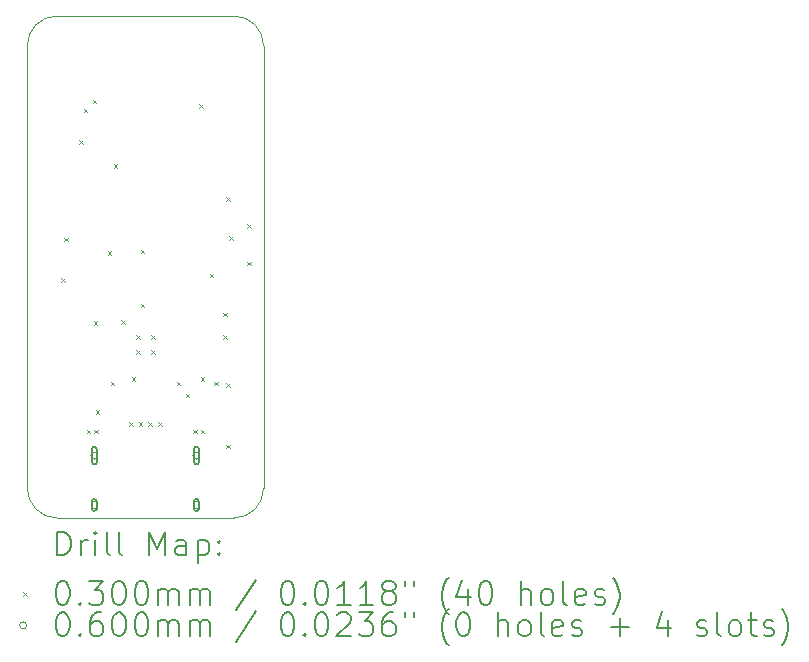
<source format=gbr>
%FSLAX45Y45*%
G04 Gerber Fmt 4.5, Leading zero omitted, Abs format (unit mm)*
G04 Created by KiCad (PCBNEW (6.0.4)) date 2023-01-26 18:29:06*
%MOMM*%
%LPD*%
G01*
G04 APERTURE LIST*
%TA.AperFunction,Profile*%
%ADD10C,0.100000*%
%TD*%
%ADD11C,0.200000*%
%ADD12C,0.030000*%
%ADD13C,0.060000*%
G04 APERTURE END LIST*
D10*
X15859000Y-7870000D02*
X15859000Y-11620000D01*
X14109000Y-7620000D02*
G75*
G03*
X13859000Y-7870000I0J-250000D01*
G01*
X14109000Y-7620000D02*
X15609000Y-7620000D01*
X15859000Y-7870000D02*
G75*
G03*
X15609000Y-7620000I-250000J0D01*
G01*
X15609000Y-11870000D02*
G75*
G03*
X15859000Y-11620000I0J250000D01*
G01*
X14109000Y-11870000D02*
X15609000Y-11870000D01*
X13859000Y-11615000D02*
X13859000Y-7870000D01*
X13859000Y-11615000D02*
G75*
G03*
X14109000Y-11870000I252500J-2500D01*
G01*
D11*
D12*
X14145500Y-9840200D02*
X14175500Y-9870200D01*
X14175500Y-9840200D02*
X14145500Y-9870200D01*
X14170900Y-9497300D02*
X14200900Y-9527300D01*
X14200900Y-9497300D02*
X14170900Y-9527300D01*
X14297900Y-8671800D02*
X14327900Y-8701800D01*
X14327900Y-8671800D02*
X14297900Y-8701800D01*
X14336000Y-8405100D02*
X14366000Y-8435100D01*
X14366000Y-8405100D02*
X14336000Y-8435100D01*
X14361400Y-11122900D02*
X14391400Y-11152900D01*
X14391400Y-11122900D02*
X14361400Y-11152900D01*
X14412200Y-8328900D02*
X14442200Y-8358900D01*
X14442200Y-8328900D02*
X14412200Y-8358900D01*
X14422360Y-10205960D02*
X14452360Y-10235960D01*
X14452360Y-10205960D02*
X14422360Y-10235960D01*
X14424900Y-11122900D02*
X14454900Y-11152900D01*
X14454900Y-11122900D02*
X14424900Y-11152900D01*
X14437600Y-10957800D02*
X14467600Y-10987800D01*
X14467600Y-10957800D02*
X14437600Y-10987800D01*
X14539200Y-9611600D02*
X14569200Y-9641600D01*
X14569200Y-9611600D02*
X14539200Y-9641600D01*
X14564600Y-10716500D02*
X14594600Y-10746500D01*
X14594600Y-10716500D02*
X14564600Y-10746500D01*
X14590000Y-8875000D02*
X14620000Y-8905000D01*
X14620000Y-8875000D02*
X14590000Y-8905000D01*
X14653500Y-10195800D02*
X14683500Y-10225800D01*
X14683500Y-10195800D02*
X14653500Y-10225800D01*
X14722080Y-11059400D02*
X14752080Y-11089400D01*
X14752080Y-11059400D02*
X14722080Y-11089400D01*
X14742400Y-10678400D02*
X14772400Y-10708400D01*
X14772400Y-10678400D02*
X14742400Y-10708400D01*
X14780500Y-10322800D02*
X14810500Y-10352800D01*
X14810500Y-10322800D02*
X14780500Y-10352800D01*
X14780500Y-10449800D02*
X14810500Y-10479800D01*
X14810500Y-10449800D02*
X14780500Y-10479800D01*
X14803360Y-11059400D02*
X14833360Y-11089400D01*
X14833360Y-11059400D02*
X14803360Y-11089400D01*
X14818600Y-9598900D02*
X14848600Y-9628900D01*
X14848600Y-9598900D02*
X14818600Y-9628900D01*
X14818600Y-10056100D02*
X14848600Y-10086100D01*
X14848600Y-10056100D02*
X14818600Y-10086100D01*
X14884640Y-11059400D02*
X14914640Y-11089400D01*
X14914640Y-11059400D02*
X14884640Y-11089400D01*
X14907500Y-10322800D02*
X14937500Y-10352800D01*
X14937500Y-10322800D02*
X14907500Y-10352800D01*
X14907500Y-10449800D02*
X14937500Y-10479800D01*
X14937500Y-10449800D02*
X14907500Y-10479800D01*
X14965920Y-11059400D02*
X14995920Y-11089400D01*
X14995920Y-11059400D02*
X14965920Y-11089400D01*
X15123400Y-10716500D02*
X15153400Y-10746500D01*
X15153400Y-10716500D02*
X15123400Y-10746500D01*
X15199600Y-10818100D02*
X15229600Y-10848100D01*
X15229600Y-10818100D02*
X15199600Y-10848100D01*
X15263100Y-11122900D02*
X15293100Y-11152900D01*
X15293100Y-11122900D02*
X15263100Y-11152900D01*
X15313900Y-8367000D02*
X15343900Y-8397000D01*
X15343900Y-8367000D02*
X15313900Y-8397000D01*
X15326600Y-10678400D02*
X15356600Y-10708400D01*
X15356600Y-10678400D02*
X15326600Y-10708400D01*
X15326600Y-11122900D02*
X15356600Y-11152900D01*
X15356600Y-11122900D02*
X15326600Y-11152900D01*
X15402800Y-9802100D02*
X15432800Y-9832100D01*
X15432800Y-9802100D02*
X15402800Y-9832100D01*
X15440900Y-10716500D02*
X15470900Y-10746500D01*
X15470900Y-10716500D02*
X15440900Y-10746500D01*
X15517100Y-10132300D02*
X15547100Y-10162300D01*
X15547100Y-10132300D02*
X15517100Y-10162300D01*
X15517100Y-10322800D02*
X15547100Y-10352800D01*
X15547100Y-10322800D02*
X15517100Y-10352800D01*
X15542500Y-9154400D02*
X15572500Y-9184400D01*
X15572500Y-9154400D02*
X15542500Y-9184400D01*
X15542500Y-10729200D02*
X15572500Y-10759200D01*
X15572500Y-10729200D02*
X15542500Y-10759200D01*
X15542500Y-11249900D02*
X15572500Y-11279900D01*
X15572500Y-11249900D02*
X15542500Y-11279900D01*
X15567900Y-9484600D02*
X15597900Y-9514600D01*
X15597900Y-9484600D02*
X15567900Y-9514600D01*
X15720300Y-9383000D02*
X15750300Y-9413000D01*
X15750300Y-9383000D02*
X15720300Y-9413000D01*
X15720300Y-9700500D02*
X15750300Y-9730500D01*
X15750300Y-9700500D02*
X15720300Y-9730500D01*
D13*
X14457000Y-11342000D02*
G75*
G03*
X14457000Y-11342000I-30000J0D01*
G01*
D11*
X14407000Y-11287000D02*
X14407000Y-11397000D01*
X14447000Y-11287000D02*
X14447000Y-11397000D01*
X14407000Y-11397000D02*
G75*
G03*
X14447000Y-11397000I20000J0D01*
G01*
X14447000Y-11287000D02*
G75*
G03*
X14407000Y-11287000I-20000J0D01*
G01*
D13*
X14457000Y-11760000D02*
G75*
G03*
X14457000Y-11760000I-30000J0D01*
G01*
D11*
X14407000Y-11730000D02*
X14407000Y-11790000D01*
X14447000Y-11730000D02*
X14447000Y-11790000D01*
X14407000Y-11790000D02*
G75*
G03*
X14447000Y-11790000I20000J0D01*
G01*
X14447000Y-11730000D02*
G75*
G03*
X14407000Y-11730000I-20000J0D01*
G01*
D13*
X15321000Y-11342000D02*
G75*
G03*
X15321000Y-11342000I-30000J0D01*
G01*
D11*
X15271000Y-11287000D02*
X15271000Y-11397000D01*
X15311000Y-11287000D02*
X15311000Y-11397000D01*
X15271000Y-11397000D02*
G75*
G03*
X15311000Y-11397000I20000J0D01*
G01*
X15311000Y-11287000D02*
G75*
G03*
X15271000Y-11287000I-20000J0D01*
G01*
D13*
X15321000Y-11760000D02*
G75*
G03*
X15321000Y-11760000I-30000J0D01*
G01*
D11*
X15271000Y-11730000D02*
X15271000Y-11790000D01*
X15311000Y-11730000D02*
X15311000Y-11790000D01*
X15271000Y-11790000D02*
G75*
G03*
X15311000Y-11790000I20000J0D01*
G01*
X15311000Y-11730000D02*
G75*
G03*
X15271000Y-11730000I-20000J0D01*
G01*
X14111607Y-12185476D02*
X14111607Y-11985476D01*
X14159226Y-11985476D01*
X14187797Y-11995000D01*
X14206845Y-12014048D01*
X14216368Y-12033095D01*
X14225892Y-12071190D01*
X14225892Y-12099762D01*
X14216368Y-12137857D01*
X14206845Y-12156905D01*
X14187797Y-12175952D01*
X14159226Y-12185476D01*
X14111607Y-12185476D01*
X14311607Y-12185476D02*
X14311607Y-12052143D01*
X14311607Y-12090238D02*
X14321130Y-12071190D01*
X14330654Y-12061667D01*
X14349702Y-12052143D01*
X14368749Y-12052143D01*
X14435416Y-12185476D02*
X14435416Y-12052143D01*
X14435416Y-11985476D02*
X14425892Y-11995000D01*
X14435416Y-12004524D01*
X14444940Y-11995000D01*
X14435416Y-11985476D01*
X14435416Y-12004524D01*
X14559226Y-12185476D02*
X14540178Y-12175952D01*
X14530654Y-12156905D01*
X14530654Y-11985476D01*
X14663988Y-12185476D02*
X14644940Y-12175952D01*
X14635416Y-12156905D01*
X14635416Y-11985476D01*
X14892559Y-12185476D02*
X14892559Y-11985476D01*
X14959226Y-12128333D01*
X15025892Y-11985476D01*
X15025892Y-12185476D01*
X15206845Y-12185476D02*
X15206845Y-12080714D01*
X15197321Y-12061667D01*
X15178273Y-12052143D01*
X15140178Y-12052143D01*
X15121130Y-12061667D01*
X15206845Y-12175952D02*
X15187797Y-12185476D01*
X15140178Y-12185476D01*
X15121130Y-12175952D01*
X15111607Y-12156905D01*
X15111607Y-12137857D01*
X15121130Y-12118809D01*
X15140178Y-12109286D01*
X15187797Y-12109286D01*
X15206845Y-12099762D01*
X15302083Y-12052143D02*
X15302083Y-12252143D01*
X15302083Y-12061667D02*
X15321130Y-12052143D01*
X15359226Y-12052143D01*
X15378273Y-12061667D01*
X15387797Y-12071190D01*
X15397321Y-12090238D01*
X15397321Y-12147381D01*
X15387797Y-12166428D01*
X15378273Y-12175952D01*
X15359226Y-12185476D01*
X15321130Y-12185476D01*
X15302083Y-12175952D01*
X15483035Y-12166428D02*
X15492559Y-12175952D01*
X15483035Y-12185476D01*
X15473511Y-12175952D01*
X15483035Y-12166428D01*
X15483035Y-12185476D01*
X15483035Y-12061667D02*
X15492559Y-12071190D01*
X15483035Y-12080714D01*
X15473511Y-12071190D01*
X15483035Y-12061667D01*
X15483035Y-12080714D01*
D12*
X13823988Y-12500000D02*
X13853988Y-12530000D01*
X13853988Y-12500000D02*
X13823988Y-12530000D01*
D11*
X14149702Y-12405476D02*
X14168749Y-12405476D01*
X14187797Y-12415000D01*
X14197321Y-12424524D01*
X14206845Y-12443571D01*
X14216368Y-12481667D01*
X14216368Y-12529286D01*
X14206845Y-12567381D01*
X14197321Y-12586428D01*
X14187797Y-12595952D01*
X14168749Y-12605476D01*
X14149702Y-12605476D01*
X14130654Y-12595952D01*
X14121130Y-12586428D01*
X14111607Y-12567381D01*
X14102083Y-12529286D01*
X14102083Y-12481667D01*
X14111607Y-12443571D01*
X14121130Y-12424524D01*
X14130654Y-12415000D01*
X14149702Y-12405476D01*
X14302083Y-12586428D02*
X14311607Y-12595952D01*
X14302083Y-12605476D01*
X14292559Y-12595952D01*
X14302083Y-12586428D01*
X14302083Y-12605476D01*
X14378273Y-12405476D02*
X14502083Y-12405476D01*
X14435416Y-12481667D01*
X14463988Y-12481667D01*
X14483035Y-12491190D01*
X14492559Y-12500714D01*
X14502083Y-12519762D01*
X14502083Y-12567381D01*
X14492559Y-12586428D01*
X14483035Y-12595952D01*
X14463988Y-12605476D01*
X14406845Y-12605476D01*
X14387797Y-12595952D01*
X14378273Y-12586428D01*
X14625892Y-12405476D02*
X14644940Y-12405476D01*
X14663988Y-12415000D01*
X14673511Y-12424524D01*
X14683035Y-12443571D01*
X14692559Y-12481667D01*
X14692559Y-12529286D01*
X14683035Y-12567381D01*
X14673511Y-12586428D01*
X14663988Y-12595952D01*
X14644940Y-12605476D01*
X14625892Y-12605476D01*
X14606845Y-12595952D01*
X14597321Y-12586428D01*
X14587797Y-12567381D01*
X14578273Y-12529286D01*
X14578273Y-12481667D01*
X14587797Y-12443571D01*
X14597321Y-12424524D01*
X14606845Y-12415000D01*
X14625892Y-12405476D01*
X14816368Y-12405476D02*
X14835416Y-12405476D01*
X14854464Y-12415000D01*
X14863988Y-12424524D01*
X14873511Y-12443571D01*
X14883035Y-12481667D01*
X14883035Y-12529286D01*
X14873511Y-12567381D01*
X14863988Y-12586428D01*
X14854464Y-12595952D01*
X14835416Y-12605476D01*
X14816368Y-12605476D01*
X14797321Y-12595952D01*
X14787797Y-12586428D01*
X14778273Y-12567381D01*
X14768749Y-12529286D01*
X14768749Y-12481667D01*
X14778273Y-12443571D01*
X14787797Y-12424524D01*
X14797321Y-12415000D01*
X14816368Y-12405476D01*
X14968749Y-12605476D02*
X14968749Y-12472143D01*
X14968749Y-12491190D02*
X14978273Y-12481667D01*
X14997321Y-12472143D01*
X15025892Y-12472143D01*
X15044940Y-12481667D01*
X15054464Y-12500714D01*
X15054464Y-12605476D01*
X15054464Y-12500714D02*
X15063988Y-12481667D01*
X15083035Y-12472143D01*
X15111607Y-12472143D01*
X15130654Y-12481667D01*
X15140178Y-12500714D01*
X15140178Y-12605476D01*
X15235416Y-12605476D02*
X15235416Y-12472143D01*
X15235416Y-12491190D02*
X15244940Y-12481667D01*
X15263988Y-12472143D01*
X15292559Y-12472143D01*
X15311607Y-12481667D01*
X15321130Y-12500714D01*
X15321130Y-12605476D01*
X15321130Y-12500714D02*
X15330654Y-12481667D01*
X15349702Y-12472143D01*
X15378273Y-12472143D01*
X15397321Y-12481667D01*
X15406845Y-12500714D01*
X15406845Y-12605476D01*
X15797321Y-12395952D02*
X15625892Y-12653095D01*
X16054464Y-12405476D02*
X16073511Y-12405476D01*
X16092559Y-12415000D01*
X16102083Y-12424524D01*
X16111607Y-12443571D01*
X16121130Y-12481667D01*
X16121130Y-12529286D01*
X16111607Y-12567381D01*
X16102083Y-12586428D01*
X16092559Y-12595952D01*
X16073511Y-12605476D01*
X16054464Y-12605476D01*
X16035416Y-12595952D01*
X16025892Y-12586428D01*
X16016368Y-12567381D01*
X16006845Y-12529286D01*
X16006845Y-12481667D01*
X16016368Y-12443571D01*
X16025892Y-12424524D01*
X16035416Y-12415000D01*
X16054464Y-12405476D01*
X16206845Y-12586428D02*
X16216368Y-12595952D01*
X16206845Y-12605476D01*
X16197321Y-12595952D01*
X16206845Y-12586428D01*
X16206845Y-12605476D01*
X16340178Y-12405476D02*
X16359226Y-12405476D01*
X16378273Y-12415000D01*
X16387797Y-12424524D01*
X16397321Y-12443571D01*
X16406845Y-12481667D01*
X16406845Y-12529286D01*
X16397321Y-12567381D01*
X16387797Y-12586428D01*
X16378273Y-12595952D01*
X16359226Y-12605476D01*
X16340178Y-12605476D01*
X16321130Y-12595952D01*
X16311607Y-12586428D01*
X16302083Y-12567381D01*
X16292559Y-12529286D01*
X16292559Y-12481667D01*
X16302083Y-12443571D01*
X16311607Y-12424524D01*
X16321130Y-12415000D01*
X16340178Y-12405476D01*
X16597321Y-12605476D02*
X16483035Y-12605476D01*
X16540178Y-12605476D02*
X16540178Y-12405476D01*
X16521130Y-12434048D01*
X16502083Y-12453095D01*
X16483035Y-12462619D01*
X16787797Y-12605476D02*
X16673511Y-12605476D01*
X16730654Y-12605476D02*
X16730654Y-12405476D01*
X16711607Y-12434048D01*
X16692559Y-12453095D01*
X16673511Y-12462619D01*
X16902083Y-12491190D02*
X16883035Y-12481667D01*
X16873511Y-12472143D01*
X16863988Y-12453095D01*
X16863988Y-12443571D01*
X16873511Y-12424524D01*
X16883035Y-12415000D01*
X16902083Y-12405476D01*
X16940178Y-12405476D01*
X16959226Y-12415000D01*
X16968750Y-12424524D01*
X16978273Y-12443571D01*
X16978273Y-12453095D01*
X16968750Y-12472143D01*
X16959226Y-12481667D01*
X16940178Y-12491190D01*
X16902083Y-12491190D01*
X16883035Y-12500714D01*
X16873511Y-12510238D01*
X16863988Y-12529286D01*
X16863988Y-12567381D01*
X16873511Y-12586428D01*
X16883035Y-12595952D01*
X16902083Y-12605476D01*
X16940178Y-12605476D01*
X16959226Y-12595952D01*
X16968750Y-12586428D01*
X16978273Y-12567381D01*
X16978273Y-12529286D01*
X16968750Y-12510238D01*
X16959226Y-12500714D01*
X16940178Y-12491190D01*
X17054464Y-12405476D02*
X17054464Y-12443571D01*
X17130654Y-12405476D02*
X17130654Y-12443571D01*
X17425892Y-12681667D02*
X17416369Y-12672143D01*
X17397321Y-12643571D01*
X17387797Y-12624524D01*
X17378273Y-12595952D01*
X17368750Y-12548333D01*
X17368750Y-12510238D01*
X17378273Y-12462619D01*
X17387797Y-12434048D01*
X17397321Y-12415000D01*
X17416369Y-12386428D01*
X17425892Y-12376905D01*
X17587797Y-12472143D02*
X17587797Y-12605476D01*
X17540178Y-12395952D02*
X17492559Y-12538809D01*
X17616369Y-12538809D01*
X17730654Y-12405476D02*
X17749702Y-12405476D01*
X17768750Y-12415000D01*
X17778273Y-12424524D01*
X17787797Y-12443571D01*
X17797321Y-12481667D01*
X17797321Y-12529286D01*
X17787797Y-12567381D01*
X17778273Y-12586428D01*
X17768750Y-12595952D01*
X17749702Y-12605476D01*
X17730654Y-12605476D01*
X17711607Y-12595952D01*
X17702083Y-12586428D01*
X17692559Y-12567381D01*
X17683035Y-12529286D01*
X17683035Y-12481667D01*
X17692559Y-12443571D01*
X17702083Y-12424524D01*
X17711607Y-12415000D01*
X17730654Y-12405476D01*
X18035416Y-12605476D02*
X18035416Y-12405476D01*
X18121130Y-12605476D02*
X18121130Y-12500714D01*
X18111607Y-12481667D01*
X18092559Y-12472143D01*
X18063988Y-12472143D01*
X18044940Y-12481667D01*
X18035416Y-12491190D01*
X18244940Y-12605476D02*
X18225892Y-12595952D01*
X18216369Y-12586428D01*
X18206845Y-12567381D01*
X18206845Y-12510238D01*
X18216369Y-12491190D01*
X18225892Y-12481667D01*
X18244940Y-12472143D01*
X18273511Y-12472143D01*
X18292559Y-12481667D01*
X18302083Y-12491190D01*
X18311607Y-12510238D01*
X18311607Y-12567381D01*
X18302083Y-12586428D01*
X18292559Y-12595952D01*
X18273511Y-12605476D01*
X18244940Y-12605476D01*
X18425892Y-12605476D02*
X18406845Y-12595952D01*
X18397321Y-12576905D01*
X18397321Y-12405476D01*
X18578273Y-12595952D02*
X18559226Y-12605476D01*
X18521130Y-12605476D01*
X18502083Y-12595952D01*
X18492559Y-12576905D01*
X18492559Y-12500714D01*
X18502083Y-12481667D01*
X18521130Y-12472143D01*
X18559226Y-12472143D01*
X18578273Y-12481667D01*
X18587797Y-12500714D01*
X18587797Y-12519762D01*
X18492559Y-12538809D01*
X18663988Y-12595952D02*
X18683035Y-12605476D01*
X18721130Y-12605476D01*
X18740178Y-12595952D01*
X18749702Y-12576905D01*
X18749702Y-12567381D01*
X18740178Y-12548333D01*
X18721130Y-12538809D01*
X18692559Y-12538809D01*
X18673511Y-12529286D01*
X18663988Y-12510238D01*
X18663988Y-12500714D01*
X18673511Y-12481667D01*
X18692559Y-12472143D01*
X18721130Y-12472143D01*
X18740178Y-12481667D01*
X18816369Y-12681667D02*
X18825892Y-12672143D01*
X18844940Y-12643571D01*
X18854464Y-12624524D01*
X18863988Y-12595952D01*
X18873511Y-12548333D01*
X18873511Y-12510238D01*
X18863988Y-12462619D01*
X18854464Y-12434048D01*
X18844940Y-12415000D01*
X18825892Y-12386428D01*
X18816369Y-12376905D01*
D13*
X13853988Y-12779000D02*
G75*
G03*
X13853988Y-12779000I-30000J0D01*
G01*
D11*
X14149702Y-12669476D02*
X14168749Y-12669476D01*
X14187797Y-12679000D01*
X14197321Y-12688524D01*
X14206845Y-12707571D01*
X14216368Y-12745667D01*
X14216368Y-12793286D01*
X14206845Y-12831381D01*
X14197321Y-12850428D01*
X14187797Y-12859952D01*
X14168749Y-12869476D01*
X14149702Y-12869476D01*
X14130654Y-12859952D01*
X14121130Y-12850428D01*
X14111607Y-12831381D01*
X14102083Y-12793286D01*
X14102083Y-12745667D01*
X14111607Y-12707571D01*
X14121130Y-12688524D01*
X14130654Y-12679000D01*
X14149702Y-12669476D01*
X14302083Y-12850428D02*
X14311607Y-12859952D01*
X14302083Y-12869476D01*
X14292559Y-12859952D01*
X14302083Y-12850428D01*
X14302083Y-12869476D01*
X14483035Y-12669476D02*
X14444940Y-12669476D01*
X14425892Y-12679000D01*
X14416368Y-12688524D01*
X14397321Y-12717095D01*
X14387797Y-12755190D01*
X14387797Y-12831381D01*
X14397321Y-12850428D01*
X14406845Y-12859952D01*
X14425892Y-12869476D01*
X14463988Y-12869476D01*
X14483035Y-12859952D01*
X14492559Y-12850428D01*
X14502083Y-12831381D01*
X14502083Y-12783762D01*
X14492559Y-12764714D01*
X14483035Y-12755190D01*
X14463988Y-12745667D01*
X14425892Y-12745667D01*
X14406845Y-12755190D01*
X14397321Y-12764714D01*
X14387797Y-12783762D01*
X14625892Y-12669476D02*
X14644940Y-12669476D01*
X14663988Y-12679000D01*
X14673511Y-12688524D01*
X14683035Y-12707571D01*
X14692559Y-12745667D01*
X14692559Y-12793286D01*
X14683035Y-12831381D01*
X14673511Y-12850428D01*
X14663988Y-12859952D01*
X14644940Y-12869476D01*
X14625892Y-12869476D01*
X14606845Y-12859952D01*
X14597321Y-12850428D01*
X14587797Y-12831381D01*
X14578273Y-12793286D01*
X14578273Y-12745667D01*
X14587797Y-12707571D01*
X14597321Y-12688524D01*
X14606845Y-12679000D01*
X14625892Y-12669476D01*
X14816368Y-12669476D02*
X14835416Y-12669476D01*
X14854464Y-12679000D01*
X14863988Y-12688524D01*
X14873511Y-12707571D01*
X14883035Y-12745667D01*
X14883035Y-12793286D01*
X14873511Y-12831381D01*
X14863988Y-12850428D01*
X14854464Y-12859952D01*
X14835416Y-12869476D01*
X14816368Y-12869476D01*
X14797321Y-12859952D01*
X14787797Y-12850428D01*
X14778273Y-12831381D01*
X14768749Y-12793286D01*
X14768749Y-12745667D01*
X14778273Y-12707571D01*
X14787797Y-12688524D01*
X14797321Y-12679000D01*
X14816368Y-12669476D01*
X14968749Y-12869476D02*
X14968749Y-12736143D01*
X14968749Y-12755190D02*
X14978273Y-12745667D01*
X14997321Y-12736143D01*
X15025892Y-12736143D01*
X15044940Y-12745667D01*
X15054464Y-12764714D01*
X15054464Y-12869476D01*
X15054464Y-12764714D02*
X15063988Y-12745667D01*
X15083035Y-12736143D01*
X15111607Y-12736143D01*
X15130654Y-12745667D01*
X15140178Y-12764714D01*
X15140178Y-12869476D01*
X15235416Y-12869476D02*
X15235416Y-12736143D01*
X15235416Y-12755190D02*
X15244940Y-12745667D01*
X15263988Y-12736143D01*
X15292559Y-12736143D01*
X15311607Y-12745667D01*
X15321130Y-12764714D01*
X15321130Y-12869476D01*
X15321130Y-12764714D02*
X15330654Y-12745667D01*
X15349702Y-12736143D01*
X15378273Y-12736143D01*
X15397321Y-12745667D01*
X15406845Y-12764714D01*
X15406845Y-12869476D01*
X15797321Y-12659952D02*
X15625892Y-12917095D01*
X16054464Y-12669476D02*
X16073511Y-12669476D01*
X16092559Y-12679000D01*
X16102083Y-12688524D01*
X16111607Y-12707571D01*
X16121130Y-12745667D01*
X16121130Y-12793286D01*
X16111607Y-12831381D01*
X16102083Y-12850428D01*
X16092559Y-12859952D01*
X16073511Y-12869476D01*
X16054464Y-12869476D01*
X16035416Y-12859952D01*
X16025892Y-12850428D01*
X16016368Y-12831381D01*
X16006845Y-12793286D01*
X16006845Y-12745667D01*
X16016368Y-12707571D01*
X16025892Y-12688524D01*
X16035416Y-12679000D01*
X16054464Y-12669476D01*
X16206845Y-12850428D02*
X16216368Y-12859952D01*
X16206845Y-12869476D01*
X16197321Y-12859952D01*
X16206845Y-12850428D01*
X16206845Y-12869476D01*
X16340178Y-12669476D02*
X16359226Y-12669476D01*
X16378273Y-12679000D01*
X16387797Y-12688524D01*
X16397321Y-12707571D01*
X16406845Y-12745667D01*
X16406845Y-12793286D01*
X16397321Y-12831381D01*
X16387797Y-12850428D01*
X16378273Y-12859952D01*
X16359226Y-12869476D01*
X16340178Y-12869476D01*
X16321130Y-12859952D01*
X16311607Y-12850428D01*
X16302083Y-12831381D01*
X16292559Y-12793286D01*
X16292559Y-12745667D01*
X16302083Y-12707571D01*
X16311607Y-12688524D01*
X16321130Y-12679000D01*
X16340178Y-12669476D01*
X16483035Y-12688524D02*
X16492559Y-12679000D01*
X16511607Y-12669476D01*
X16559226Y-12669476D01*
X16578273Y-12679000D01*
X16587797Y-12688524D01*
X16597321Y-12707571D01*
X16597321Y-12726619D01*
X16587797Y-12755190D01*
X16473511Y-12869476D01*
X16597321Y-12869476D01*
X16663988Y-12669476D02*
X16787797Y-12669476D01*
X16721130Y-12745667D01*
X16749702Y-12745667D01*
X16768749Y-12755190D01*
X16778273Y-12764714D01*
X16787797Y-12783762D01*
X16787797Y-12831381D01*
X16778273Y-12850428D01*
X16768749Y-12859952D01*
X16749702Y-12869476D01*
X16692559Y-12869476D01*
X16673511Y-12859952D01*
X16663988Y-12850428D01*
X16959226Y-12669476D02*
X16921130Y-12669476D01*
X16902083Y-12679000D01*
X16892559Y-12688524D01*
X16873511Y-12717095D01*
X16863988Y-12755190D01*
X16863988Y-12831381D01*
X16873511Y-12850428D01*
X16883035Y-12859952D01*
X16902083Y-12869476D01*
X16940178Y-12869476D01*
X16959226Y-12859952D01*
X16968750Y-12850428D01*
X16978273Y-12831381D01*
X16978273Y-12783762D01*
X16968750Y-12764714D01*
X16959226Y-12755190D01*
X16940178Y-12745667D01*
X16902083Y-12745667D01*
X16883035Y-12755190D01*
X16873511Y-12764714D01*
X16863988Y-12783762D01*
X17054464Y-12669476D02*
X17054464Y-12707571D01*
X17130654Y-12669476D02*
X17130654Y-12707571D01*
X17425892Y-12945667D02*
X17416369Y-12936143D01*
X17397321Y-12907571D01*
X17387797Y-12888524D01*
X17378273Y-12859952D01*
X17368750Y-12812333D01*
X17368750Y-12774238D01*
X17378273Y-12726619D01*
X17387797Y-12698048D01*
X17397321Y-12679000D01*
X17416369Y-12650428D01*
X17425892Y-12640905D01*
X17540178Y-12669476D02*
X17559226Y-12669476D01*
X17578273Y-12679000D01*
X17587797Y-12688524D01*
X17597321Y-12707571D01*
X17606845Y-12745667D01*
X17606845Y-12793286D01*
X17597321Y-12831381D01*
X17587797Y-12850428D01*
X17578273Y-12859952D01*
X17559226Y-12869476D01*
X17540178Y-12869476D01*
X17521130Y-12859952D01*
X17511607Y-12850428D01*
X17502083Y-12831381D01*
X17492559Y-12793286D01*
X17492559Y-12745667D01*
X17502083Y-12707571D01*
X17511607Y-12688524D01*
X17521130Y-12679000D01*
X17540178Y-12669476D01*
X17844940Y-12869476D02*
X17844940Y-12669476D01*
X17930654Y-12869476D02*
X17930654Y-12764714D01*
X17921130Y-12745667D01*
X17902083Y-12736143D01*
X17873511Y-12736143D01*
X17854464Y-12745667D01*
X17844940Y-12755190D01*
X18054464Y-12869476D02*
X18035416Y-12859952D01*
X18025892Y-12850428D01*
X18016369Y-12831381D01*
X18016369Y-12774238D01*
X18025892Y-12755190D01*
X18035416Y-12745667D01*
X18054464Y-12736143D01*
X18083035Y-12736143D01*
X18102083Y-12745667D01*
X18111607Y-12755190D01*
X18121130Y-12774238D01*
X18121130Y-12831381D01*
X18111607Y-12850428D01*
X18102083Y-12859952D01*
X18083035Y-12869476D01*
X18054464Y-12869476D01*
X18235416Y-12869476D02*
X18216369Y-12859952D01*
X18206845Y-12840905D01*
X18206845Y-12669476D01*
X18387797Y-12859952D02*
X18368750Y-12869476D01*
X18330654Y-12869476D01*
X18311607Y-12859952D01*
X18302083Y-12840905D01*
X18302083Y-12764714D01*
X18311607Y-12745667D01*
X18330654Y-12736143D01*
X18368750Y-12736143D01*
X18387797Y-12745667D01*
X18397321Y-12764714D01*
X18397321Y-12783762D01*
X18302083Y-12802809D01*
X18473511Y-12859952D02*
X18492559Y-12869476D01*
X18530654Y-12869476D01*
X18549702Y-12859952D01*
X18559226Y-12840905D01*
X18559226Y-12831381D01*
X18549702Y-12812333D01*
X18530654Y-12802809D01*
X18502083Y-12802809D01*
X18483035Y-12793286D01*
X18473511Y-12774238D01*
X18473511Y-12764714D01*
X18483035Y-12745667D01*
X18502083Y-12736143D01*
X18530654Y-12736143D01*
X18549702Y-12745667D01*
X18797321Y-12793286D02*
X18949702Y-12793286D01*
X18873511Y-12869476D02*
X18873511Y-12717095D01*
X19283035Y-12736143D02*
X19283035Y-12869476D01*
X19235416Y-12659952D02*
X19187797Y-12802809D01*
X19311607Y-12802809D01*
X19530654Y-12859952D02*
X19549702Y-12869476D01*
X19587797Y-12869476D01*
X19606845Y-12859952D01*
X19616369Y-12840905D01*
X19616369Y-12831381D01*
X19606845Y-12812333D01*
X19587797Y-12802809D01*
X19559226Y-12802809D01*
X19540178Y-12793286D01*
X19530654Y-12774238D01*
X19530654Y-12764714D01*
X19540178Y-12745667D01*
X19559226Y-12736143D01*
X19587797Y-12736143D01*
X19606845Y-12745667D01*
X19730654Y-12869476D02*
X19711607Y-12859952D01*
X19702083Y-12840905D01*
X19702083Y-12669476D01*
X19835416Y-12869476D02*
X19816369Y-12859952D01*
X19806845Y-12850428D01*
X19797321Y-12831381D01*
X19797321Y-12774238D01*
X19806845Y-12755190D01*
X19816369Y-12745667D01*
X19835416Y-12736143D01*
X19863988Y-12736143D01*
X19883035Y-12745667D01*
X19892559Y-12755190D01*
X19902083Y-12774238D01*
X19902083Y-12831381D01*
X19892559Y-12850428D01*
X19883035Y-12859952D01*
X19863988Y-12869476D01*
X19835416Y-12869476D01*
X19959226Y-12736143D02*
X20035416Y-12736143D01*
X19987797Y-12669476D02*
X19987797Y-12840905D01*
X19997321Y-12859952D01*
X20016369Y-12869476D01*
X20035416Y-12869476D01*
X20092559Y-12859952D02*
X20111607Y-12869476D01*
X20149702Y-12869476D01*
X20168750Y-12859952D01*
X20178273Y-12840905D01*
X20178273Y-12831381D01*
X20168750Y-12812333D01*
X20149702Y-12802809D01*
X20121130Y-12802809D01*
X20102083Y-12793286D01*
X20092559Y-12774238D01*
X20092559Y-12764714D01*
X20102083Y-12745667D01*
X20121130Y-12736143D01*
X20149702Y-12736143D01*
X20168750Y-12745667D01*
X20244940Y-12945667D02*
X20254464Y-12936143D01*
X20273511Y-12907571D01*
X20283035Y-12888524D01*
X20292559Y-12859952D01*
X20302083Y-12812333D01*
X20302083Y-12774238D01*
X20292559Y-12726619D01*
X20283035Y-12698048D01*
X20273511Y-12679000D01*
X20254464Y-12650428D01*
X20244940Y-12640905D01*
M02*

</source>
